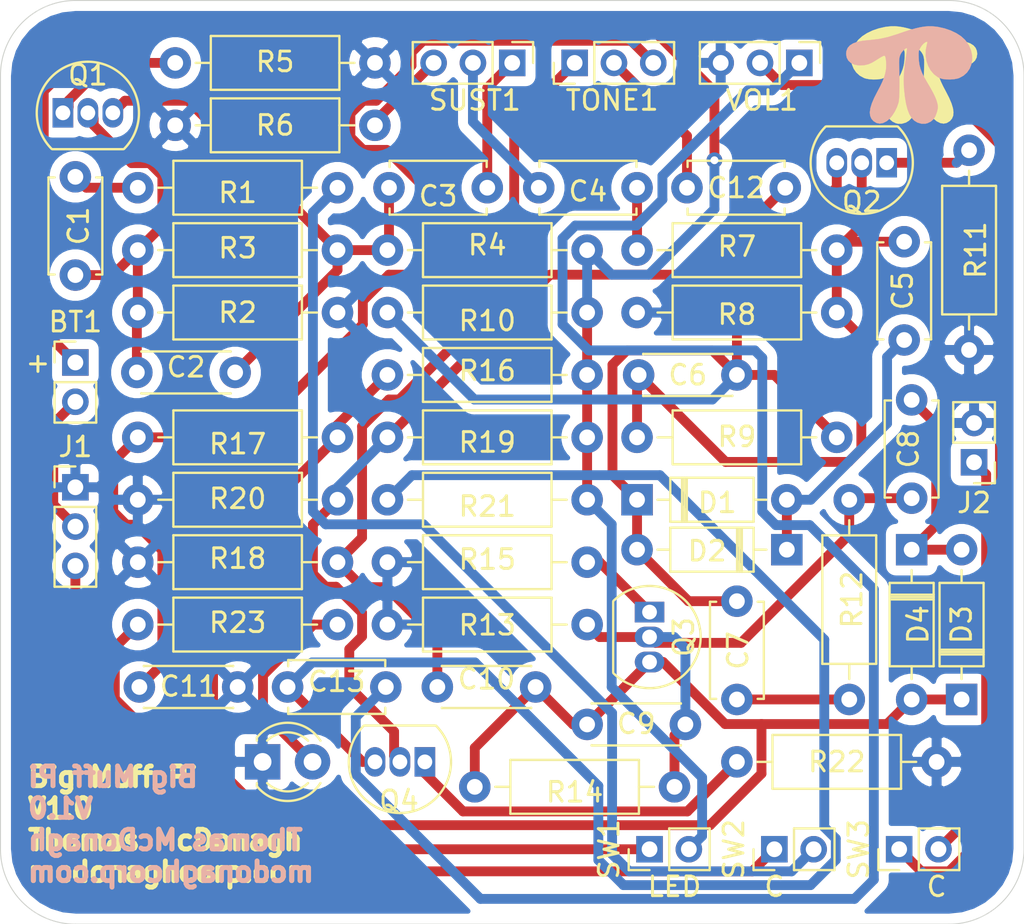
<source format=kicad_pcb>
(kicad_pcb (version 20171130) (host pcbnew "(5.1.7)-1")
  (layers (0 F.Cu signal) (31 B.Cu signal hide) (34 B.Paste user) (35 F.Paste user) (36 B.SilkS user) (37 F.SilkS user) (38 B.Mask user) (39 F.Mask user) (44 Edge.Cuts user))
  (net 0 "")
  (net 1 "Net-(BT1-Pad1)")
  (net 2 "Net-(BT1-Pad2)")
  (net 3 "Net-(C1-Pad1)")
  (net 4 "Net-(C1-Pad2)")
  (net 5 "Net-(C2-Pad1)")
  (net 6 "Net-(C3-Pad1)")
  (net 7 "Net-(C4-Pad1)")
  (net 8 "Net-(C4-Pad2)")
  (net 9 "Net-(C5-Pad2)")
  (net 10 "Net-(C5-Pad1)")
  (net 11 "Net-(C6-Pad1)")
  (net 12 "Net-(C7-Pad1)")
  (net 13 "Net-(C8-Pad1)")
  (net 14 "Net-(C8-Pad2)")
  (net 15 "Net-(C10-Pad2)")
  (net 16 "Net-(C10-Pad1)")
  (net 17 GND)
  (net 18 "Net-(C11-Pad2)")
  (net 19 "Net-(C12-Pad2)")
  (net 20 "Net-(C12-Pad1)")
  (net 21 "Net-(C13-Pad2)")
  (net 22 "Net-(C13-Pad1)")
  (net 23 "Net-(D5-Pad2)")
  (net 24 "Net-(J1-Pad3)")
  (net 25 "Net-(J2-Pad1)")
  (net 26 "Net-(Q1-Pad1)")
  (net 27 "Net-(Q2-Pad1)")
  (net 28 "Net-(Q3-Pad1)")
  (net 29 "Net-(Q4-Pad1)")
  (net 30 "Net-(R1-Pad2)")
  (net 31 "Net-(R6-Pad2)")
  (net 32 "Net-(R23-Pad1)")
  (net 33 "Net-(SW3-Pad1)")
  (module MuffPi:piLogo (layer B.Cu) (at 149.225 67.31 180)
    (fp_text reference G*** hide)
    (fp_text value LOGO hide)
  )
  (module MuffPi:piLogo (layer F.Cu) (at 149.225 67.31)
    (fp_text reference G*** hide)
    (fp_text value LOGO hide)
  )
  (module Connector_PinHeader_2.00mm:PinHeader_1x02_P2.00mm_Vertical (layer F.Cu) (at 148.59 106.68 90)
    (fp_text reference SW3 (at 0 -2.06 90) (layer F.SilkS))
    (fp_text value SW_SPST)
    (pad 1 thru_hole rect (at 0 0 90) (size 1.35 1.35) (drill 0.8) (layers *.Cu *.Mask) (net 33 "Net-(SW3-Pad1)"))
    (pad 2 thru_hole oval (at 0 2 90) (size 1.35 1.35) (drill 0.8) (layers *.Cu *.Mask) (net 25 "Net-(J2-Pad1)"))
  )
  (module Resistor_THT:R_Axial_DIN0207_L6.3mm_D2.5mm_P10.16mm_Horizontal (layer F.Cu) (at 120.015 88.9 180)
    (fp_text reference R20 (at 5.08 0.054999) (layer F.SilkS))
    (fp_text value 100K)
    (pad 1 thru_hole circle (at 0 0 180) (size 1.6 1.6) (drill 0.8) (layers *.Cu *.Mask) (net 19 "Net-(C12-Pad2)"))
    (pad 2 thru_hole oval (at 10.16 0 180) (size 1.6 1.6) (drill 0.8) (layers *.Cu *.Mask) (net 17 GND))
  )
  (module Connector_PinHeader_2.00mm:PinHeader_1x02_P2.00mm_Vertical (layer F.Cu) (at 106.68 81.915)
    (fp_text reference BT1 (at 0 -2.06) (layer F.SilkS))
    (fp_text value Battery)
    (pad 1 thru_hole rect (at 0 0) (size 1.35 1.35) (drill 0.8) (layers *.Cu *.Mask) (net 1 "Net-(BT1-Pad1)"))
    (pad 2 thru_hole oval (at 0 2) (size 1.35 1.35) (drill 0.8) (layers *.Cu *.Mask) (net 2 "Net-(BT1-Pad2)"))
  )
  (module Capacitor_THT:C_Disc_D4.7mm_W2.5mm_P5.00mm (layer F.Cu) (at 106.68 77.47 90)
    (fp_text reference C1 (at 2.5 0.159999 90) (layer F.SilkS))
    (fp_text value 0.1uF)
    (pad 1 thru_hole circle (at 0 0 90) (size 1.6 1.6) (drill 0.8) (layers *.Cu *.Mask) (net 3 "Net-(C1-Pad1)"))
    (pad 2 thru_hole circle (at 5 0 90) (size 1.6 1.6) (drill 0.8) (layers *.Cu *.Mask) (net 4 "Net-(C1-Pad2)"))
  )
  (module Capacitor_THT:C_Disc_D4.3mm_W1.9mm_P5.00mm (layer F.Cu) (at 114.808 82.423 180)
    (fp_text reference C2 (at 2.5 0.269999) (layer F.SilkS))
    (fp_text value 470pF)
    (pad 2 thru_hole circle (at 5 0 180) (size 1.6 1.6) (drill 0.8) (layers *.Cu *.Mask) (net 3 "Net-(C1-Pad1)"))
    (pad 1 thru_hole circle (at 0 0 180) (size 1.6 1.6) (drill 0.8) (layers *.Cu *.Mask) (net 5 "Net-(C2-Pad1)"))
  )
  (module Capacitor_THT:C_Disc_D4.7mm_W2.5mm_P5.00mm (layer F.Cu) (at 127.635 73.025 180)
    (fp_text reference C3 (at 2.5 -0.425001) (layer F.SilkS))
    (fp_text value 0.1uF)
    (pad 1 thru_hole circle (at 0 0 180) (size 1.6 1.6) (drill 0.8) (layers *.Cu *.Mask) (net 6 "Net-(C3-Pad1)"))
    (pad 2 thru_hole circle (at 5 0 180) (size 1.6 1.6) (drill 0.8) (layers *.Cu *.Mask) (net 5 "Net-(C2-Pad1)"))
  )
  (module Capacitor_THT:C_Disc_D4.7mm_W2.5mm_P5.00mm (layer F.Cu) (at 135.255 73.025 180)
    (fp_text reference C4 (at 2.5 -0.185001) (layer F.SilkS))
    (fp_text value 0.1uF)
    (pad 1 thru_hole circle (at 0 0 180) (size 1.6 1.6) (drill 0.8) (layers *.Cu *.Mask) (net 7 "Net-(C4-Pad1)"))
    (pad 2 thru_hole circle (at 5 0 180) (size 1.6 1.6) (drill 0.8) (layers *.Cu *.Mask) (net 8 "Net-(C4-Pad2)"))
  )
  (module Capacitor_THT:C_Disc_D4.7mm_W2.5mm_P5.00mm (layer F.Cu) (at 148.844 80.772 90)
    (fp_text reference C5 (at 2.5 -0.080001 90) (layer F.SilkS))
    (fp_text value 0.1uF)
    (pad 2 thru_hole circle (at 5 0 90) (size 1.6 1.6) (drill 0.8) (layers *.Cu *.Mask) (net 9 "Net-(C5-Pad2)"))
    (pad 1 thru_hole circle (at 0 0 90) (size 1.6 1.6) (drill 0.8) (layers *.Cu *.Mask) (net 10 "Net-(C5-Pad1)"))
  )
  (module Capacitor_THT:C_Disc_D4.3mm_W1.9mm_P5.00mm (layer F.Cu) (at 140.335 82.55 180)
    (fp_text reference C6 (at 2.5 -0.005001) (layer F.SilkS))
    (fp_text value 470pF)
    (pad 1 thru_hole circle (at 0 0 180) (size 1.6 1.6) (drill 0.8) (layers *.Cu *.Mask) (net 11 "Net-(C6-Pad1)"))
    (pad 2 thru_hole circle (at 5 0 180) (size 1.6 1.6) (drill 0.8) (layers *.Cu *.Mask) (net 9 "Net-(C5-Pad2)"))
  )
  (module Capacitor_THT:C_Disc_D4.7mm_W2.5mm_P5.00mm (layer F.Cu) (at 140.335 99.06 90)
    (fp_text reference C7 (at 2.5 0.054999 90) (layer F.SilkS))
    (fp_text value 0.1uF)
    (pad 2 thru_hole circle (at 5 0 90) (size 1.6 1.6) (drill 0.8) (layers *.Cu *.Mask) (net 11 "Net-(C6-Pad1)"))
    (pad 1 thru_hole circle (at 0 0 90) (size 1.6 1.6) (drill 0.8) (layers *.Cu *.Mask) (net 12 "Net-(C7-Pad1)"))
  )
  (module Capacitor_THT:C_Disc_D4.7mm_W2.5mm_P5.00mm (layer F.Cu) (at 149.225 83.82 270)
    (fp_text reference C8 (at 2.5 0.159999 90) (layer F.SilkS))
    (fp_text value 0.1uF)
    (pad 1 thru_hole circle (at 0 0 270) (size 1.6 1.6) (drill 0.8) (layers *.Cu *.Mask) (net 13 "Net-(C8-Pad1)"))
    (pad 2 thru_hole circle (at 5 0 270) (size 1.6 1.6) (drill 0.8) (layers *.Cu *.Mask) (net 14 "Net-(C8-Pad2)"))
  )
  (module Capacitor_THT:C_Disc_D4.3mm_W1.9mm_P5.00mm (layer F.Cu) (at 132.715 100.33)
    (fp_text reference C9 (at 2.5 -0.035001) (layer F.SilkS))
    (fp_text value 470pF)
    (pad 1 thru_hole circle (at 0 0) (size 1.6 1.6) (drill 0.8) (layers *.Cu *.Mask) (net 15 "Net-(C10-Pad2)"))
    (pad 2 thru_hole circle (at 5 0) (size 1.6 1.6) (drill 0.8) (layers *.Cu *.Mask) (net 14 "Net-(C8-Pad2)"))
  )
  (module Capacitor_THT:C_Disc_D4.3mm_W1.9mm_P5.00mm (layer F.Cu) (at 125.095 98.425)
    (fp_text reference C10 (at 2.5 -0.395001) (layer F.SilkS))
    (fp_text value 0.004uF)
    (pad 2 thru_hole circle (at 5 0) (size 1.6 1.6) (drill 0.8) (layers *.Cu *.Mask) (net 15 "Net-(C10-Pad2)"))
    (pad 1 thru_hole circle (at 0 0) (size 1.6 1.6) (drill 0.8) (layers *.Cu *.Mask) (net 16 "Net-(C10-Pad1)"))
  )
  (module Capacitor_THT:C_Disc_D4.3mm_W1.9mm_P5.00mm (layer F.Cu) (at 114.935 98.425 180)
    (fp_text reference C11 (at 2.5 0.029999) (layer F.SilkS))
    (fp_text value 0.012uF)
    (pad 1 thru_hole circle (at 0 0 180) (size 1.6 1.6) (drill 0.8) (layers *.Cu *.Mask) (net 17 GND))
    (pad 2 thru_hole circle (at 5 0 180) (size 1.6 1.6) (drill 0.8) (layers *.Cu *.Mask) (net 18 "Net-(C11-Pad2)"))
  )
  (module Capacitor_THT:C_Disc_D4.7mm_W2.5mm_P5.00mm (layer F.Cu) (at 137.795 73.025)
    (fp_text reference C12 (at 2.5 0.004999) (layer F.SilkS))
    (fp_text value 0.1uF)
    (pad 2 thru_hole circle (at 5 0) (size 1.6 1.6) (drill 0.8) (layers *.Cu *.Mask) (net 19 "Net-(C12-Pad2)"))
    (pad 1 thru_hole circle (at 0 0) (size 1.6 1.6) (drill 0.8) (layers *.Cu *.Mask) (net 20 "Net-(C12-Pad1)"))
  )
  (module Capacitor_THT:C_Disc_D4.7mm_W2.5mm_P5.00mm (layer F.Cu) (at 117.475 98.425)
    (fp_text reference C13 (at 2.5 -0.270001) (layer F.SilkS))
    (fp_text value 0.1uF)
    (pad 2 thru_hole circle (at 5 0) (size 1.6 1.6) (drill 0.8) (layers *.Cu *.Mask) (net 21 "Net-(C13-Pad2)"))
    (pad 1 thru_hole circle (at 0 0) (size 1.6 1.6) (drill 0.8) (layers *.Cu *.Mask) (net 22 "Net-(C13-Pad1)"))
  )
  (module Diode_THT:D_DO-35_SOD27_P7.62mm_Horizontal (layer F.Cu) (at 135.255 88.9)
    (fp_text reference D1 (at 4.079999 0.149999) (layer F.SilkS))
    (fp_text value 1N914)
    (pad 2 thru_hole oval (at 7.62 0) (size 1.6 1.6) (drill 0.8) (layers *.Cu *.Mask) (net 10 "Net-(C5-Pad1)"))
    (pad 1 thru_hole rect (at 0 0) (size 1.6 1.6) (drill 0.8) (layers *.Cu *.Mask) (net 11 "Net-(C6-Pad1)"))
  )
  (module Diode_THT:D_DO-35_SOD27_P7.62mm_Horizontal (layer F.Cu) (at 142.875 91.44 180)
    (fp_text reference D2 (at 4.054999 -0.070001) (layer F.SilkS))
    (fp_text value 1N914)
    (pad 1 thru_hole rect (at 0 0 180) (size 1.6 1.6) (drill 0.8) (layers *.Cu *.Mask) (net 10 "Net-(C5-Pad1)"))
    (pad 2 thru_hole oval (at 7.62 0 180) (size 1.6 1.6) (drill 0.8) (layers *.Cu *.Mask) (net 11 "Net-(C6-Pad1)"))
  )
  (module Diode_THT:D_DO-35_SOD27_P7.62mm_Horizontal (layer F.Cu) (at 151.765 99.06 90)
    (fp_text reference D3 (at 3.81 -0.005001 90) (layer F.SilkS))
    (fp_text value 1N914)
    (pad 2 thru_hole oval (at 7.62 0 90) (size 1.6 1.6) (drill 0.8) (layers *.Cu *.Mask) (net 13 "Net-(C8-Pad1)"))
    (pad 1 thru_hole rect (at 0 0 90) (size 1.6 1.6) (drill 0.8) (layers *.Cu *.Mask) (net 15 "Net-(C10-Pad2)"))
  )
  (module Diode_THT:D_DO-35_SOD27_P7.62mm_Horizontal (layer F.Cu) (at 149.225 91.44 270)
    (fp_text reference D4 (at 3.81 -0.330001 90) (layer F.SilkS))
    (fp_text value 1N914)
    (pad 1 thru_hole rect (at 0 0 270) (size 1.6 1.6) (drill 0.8) (layers *.Cu *.Mask) (net 13 "Net-(C8-Pad1)"))
    (pad 2 thru_hole oval (at 7.62 0 270) (size 1.6 1.6) (drill 0.8) (layers *.Cu *.Mask) (net 15 "Net-(C10-Pad2)"))
  )
  (module LED_THT:LED_D3.0mm (layer F.Cu) (at 116.205 102.235)
    (fp_text reference D5 hide)
    (fp_text value LED)
    (pad 1 thru_hole rect (at 0 0) (size 1.8 1.8) (drill 0.9) (layers *.Cu *.Mask) (net 17 GND))
    (pad 2 thru_hole circle (at 2.54 0) (size 1.8 1.8) (drill 0.9) (layers *.Cu *.Mask) (net 23 "Net-(D5-Pad2)"))
  )
  (module Connector_PinHeader_2.00mm:PinHeader_1x03_P2.00mm_Vertical (layer F.Cu) (at 106.68 88.265)
    (fp_text reference J1 (at 0 -2.06) (layer F.SilkS))
    (fp_text value AudioJack3)
    (pad 1 thru_hole rect (at 0 0) (size 1.35 1.35) (drill 0.8) (layers *.Cu *.Mask) (net 17 GND))
    (pad 2 thru_hole oval (at 0 2) (size 1.35 1.35) (drill 0.8) (layers *.Cu *.Mask) (net 2 "Net-(BT1-Pad2)"))
    (pad 3 thru_hole oval (at 0 4) (size 1.35 1.35) (drill 0.8) (layers *.Cu *.Mask) (net 24 "Net-(J1-Pad3)"))
  )
  (module Connector_PinHeader_2.00mm:PinHeader_1x02_P2.00mm_Vertical (layer F.Cu) (at 152.4 86.995 180)
    (fp_text reference J2 (at 0 -2.06) (layer F.SilkS))
    (fp_text value AudioJack2)
    (pad 1 thru_hole rect (at 0 0 180) (size 1.35 1.35) (drill 0.8) (layers *.Cu *.Mask) (net 25 "Net-(J2-Pad1)"))
    (pad 2 thru_hole oval (at 0 2 180) (size 1.35 1.35) (drill 0.8) (layers *.Cu *.Mask) (net 17 GND))
  )
  (module Package_TO_SOT_THT:TO-92_Inline (layer F.Cu) (at 106.045 69.215)
    (fp_text reference Q1 (at 1.27 -1.915001) (layer F.SilkS))
    (fp_text value 2N3904)
    (pad 2 thru_hole oval (at 1.27 0) (size 1.05 1.5) (drill 0.75) (layers *.Cu *.Mask) (net 3 "Net-(C1-Pad1)"))
    (pad 3 thru_hole oval (at 2.54 0) (size 1.05 1.5) (drill 0.75) (layers *.Cu *.Mask) (net 5 "Net-(C2-Pad1)"))
    (pad 1 thru_hole rect (at 0 0) (size 1.05 1.5) (drill 0.75) (layers *.Cu *.Mask) (net 26 "Net-(Q1-Pad1)"))
  )
  (module Package_TO_SOT_THT:TO-92_Inline (layer F.Cu) (at 147.955 71.755 180)
    (fp_text reference Q2 (at 1.27 -1.990001) (layer F.SilkS))
    (fp_text value 2N3904)
    (pad 1 thru_hole rect (at 0 0 180) (size 1.05 1.5) (drill 0.75) (layers *.Cu *.Mask) (net 27 "Net-(Q2-Pad1)"))
    (pad 3 thru_hole oval (at 2.54 0 180) (size 1.05 1.5) (drill 0.75) (layers *.Cu *.Mask) (net 11 "Net-(C6-Pad1)"))
    (pad 2 thru_hole oval (at 1.27 0 180) (size 1.05 1.5) (drill 0.75) (layers *.Cu *.Mask) (net 9 "Net-(C5-Pad2)"))
  )
  (module Package_TO_SOT_THT:TO-92_Inline (layer F.Cu) (at 135.89 94.615 270)
    (fp_text reference Q3 (at 1.27 -1.740001 90) (layer F.SilkS))
    (fp_text value 2N3904)
    (pad 1 thru_hole rect (at 0 0 270) (size 1.05 1.5) (drill 0.75) (layers *.Cu *.Mask) (net 28 "Net-(Q3-Pad1)"))
    (pad 3 thru_hole oval (at 2.54 0 270) (size 1.05 1.5) (drill 0.75) (layers *.Cu *.Mask) (net 15 "Net-(C10-Pad2)"))
    (pad 2 thru_hole oval (at 1.27 0 270) (size 1.05 1.5) (drill 0.75) (layers *.Cu *.Mask) (net 14 "Net-(C8-Pad2)"))
  )
  (module Package_TO_SOT_THT:TO-92_Inline (layer F.Cu) (at 124.46 102.235 180)
    (fp_text reference Q4 (at 1.314999 -1.980001) (layer F.SilkS))
    (fp_text value 2N3904)
    (pad 2 thru_hole oval (at 1.27 0 180) (size 1.05 1.5) (drill 0.75) (layers *.Cu *.Mask) (net 19 "Net-(C12-Pad2)"))
    (pad 3 thru_hole oval (at 2.54 0 180) (size 1.05 1.5) (drill 0.75) (layers *.Cu *.Mask) (net 22 "Net-(C13-Pad1)"))
    (pad 1 thru_hole rect (at 0 0 180) (size 1.05 1.5) (drill 0.75) (layers *.Cu *.Mask) (net 29 "Net-(Q4-Pad1)"))
  )
  (module Resistor_THT:R_Axial_DIN0207_L6.3mm_D2.5mm_P10.16mm_Horizontal (layer F.Cu) (at 109.855 73.025)
    (fp_text reference R1 (at 5.08 0.255001) (layer F.SilkS))
    (fp_text value 33K)
    (pad 2 thru_hole oval (at 10.16 0) (size 1.6 1.6) (drill 0.8) (layers *.Cu *.Mask) (net 30 "Net-(R1-Pad2)"))
    (pad 1 thru_hole circle (at 0 0) (size 1.6 1.6) (drill 0.8) (layers *.Cu *.Mask) (net 4 "Net-(C1-Pad2)"))
  )
  (module Resistor_THT:R_Axial_DIN0207_L6.3mm_D2.5mm_P10.16mm_Horizontal (layer F.Cu) (at 120.015 79.375 180)
    (fp_text reference R2 (at 5.08 0) (layer F.SilkS))
    (fp_text value 100K)
    (pad 2 thru_hole oval (at 10.16 0 180) (size 1.6 1.6) (drill 0.8) (layers *.Cu *.Mask) (net 3 "Net-(C1-Pad1)"))
    (pad 1 thru_hole circle (at 0 0 180) (size 1.6 1.6) (drill 0.8) (layers *.Cu *.Mask) (net 17 GND))
  )
  (module Resistor_THT:R_Axial_DIN0207_L6.3mm_D2.5mm_P10.16mm_Horizontal (layer F.Cu) (at 109.855 76.2)
    (fp_text reference R3 (at 5.08 -0.100001) (layer F.SilkS))
    (fp_text value 470K)
    (pad 2 thru_hole oval (at 10.16 0) (size 1.6 1.6) (drill 0.8) (layers *.Cu *.Mask) (net 5 "Net-(C2-Pad1)"))
    (pad 1 thru_hole circle (at 0 0) (size 1.6 1.6) (drill 0.8) (layers *.Cu *.Mask) (net 3 "Net-(C1-Pad1)"))
  )
  (module Resistor_THT:R_Axial_DIN0207_L6.3mm_D2.5mm_P10.16mm_Horizontal (layer F.Cu) (at 122.555 76.2)
    (fp_text reference R4 (at 5.08 -0.255001) (layer F.SilkS))
    (fp_text value 10K)
    (pad 2 thru_hole oval (at 10.16 0) (size 1.6 1.6) (drill 0.8) (layers *.Cu *.Mask) (net 1 "Net-(BT1-Pad1)"))
    (pad 1 thru_hole circle (at 0 0) (size 1.6 1.6) (drill 0.8) (layers *.Cu *.Mask) (net 5 "Net-(C2-Pad1)"))
  )
  (module Resistor_THT:R_Axial_DIN0207_L6.3mm_D2.5mm_P10.16mm_Horizontal (layer F.Cu) (at 121.92 66.675 180)
    (fp_text reference R5 (at 5.08 0.054999) (layer F.SilkS))
    (fp_text value 100)
    (pad 1 thru_hole circle (at 0 0 180) (size 1.6 1.6) (drill 0.8) (layers *.Cu *.Mask) (net 17 GND))
    (pad 2 thru_hole oval (at 10.16 0 180) (size 1.6 1.6) (drill 0.8) (layers *.Cu *.Mask) (net 26 "Net-(Q1-Pad1)"))
  )
  (module Resistor_THT:R_Axial_DIN0207_L6.3mm_D2.5mm_P10.16mm_Horizontal (layer F.Cu) (at 111.76 69.85)
    (fp_text reference R6 (at 5.08 0) (layer F.SilkS))
    (fp_text value 560)
    (pad 1 thru_hole circle (at 0 0) (size 1.6 1.6) (drill 0.8) (layers *.Cu *.Mask) (net 17 GND))
    (pad 2 thru_hole oval (at 10.16 0) (size 1.6 1.6) (drill 0.8) (layers *.Cu *.Mask) (net 31 "Net-(R6-Pad2)"))
  )
  (module Resistor_THT:R_Axial_DIN0207_L6.3mm_D2.5mm_P10.16mm_Horizontal (layer F.Cu) (at 135.255 76.2)
    (fp_text reference R7 (at 5.08 -0.185001) (layer F.SilkS))
    (fp_text value 10K)
    (pad 1 thru_hole circle (at 0 0) (size 1.6 1.6) (drill 0.8) (layers *.Cu *.Mask) (net 7 "Net-(C4-Pad1)"))
    (pad 2 thru_hole oval (at 10.16 0) (size 1.6 1.6) (drill 0.8) (layers *.Cu *.Mask) (net 9 "Net-(C5-Pad2)"))
  )
  (module Resistor_THT:R_Axial_DIN0207_L6.3mm_D2.5mm_P10.16mm_Horizontal (layer F.Cu) (at 145.415 79.375 180)
    (fp_text reference R8 (at 5.08 -0.100001) (layer F.SilkS))
    (fp_text value 100K)
    (pad 2 thru_hole oval (at 10.16 0 180) (size 1.6 1.6) (drill 0.8) (layers *.Cu *.Mask) (net 17 GND))
    (pad 1 thru_hole circle (at 0 0 180) (size 1.6 1.6) (drill 0.8) (layers *.Cu *.Mask) (net 9 "Net-(C5-Pad2)"))
  )
  (module Resistor_THT:R_Axial_DIN0207_L6.3mm_D2.5mm_P10.16mm_Horizontal (layer F.Cu) (at 135.255 85.725)
    (fp_text reference R9 (at 5.08 -0.030001) (layer F.SilkS))
    (fp_text value 470K)
    (pad 2 thru_hole oval (at 10.16 0) (size 1.6 1.6) (drill 0.8) (layers *.Cu *.Mask) (net 11 "Net-(C6-Pad1)"))
    (pad 1 thru_hole circle (at 0 0) (size 1.6 1.6) (drill 0.8) (layers *.Cu *.Mask) (net 9 "Net-(C5-Pad2)"))
  )
  (module Resistor_THT:R_Axial_DIN0207_L6.3mm_D2.5mm_P10.16mm_Horizontal (layer F.Cu) (at 132.715 79.375 180)
    (fp_text reference R10 (at 5.08 -0.425001) (layer F.SilkS))
    (fp_text value 10K)
    (pad 1 thru_hole circle (at 0 0 180) (size 1.6 1.6) (drill 0.8) (layers *.Cu *.Mask) (net 1 "Net-(BT1-Pad1)"))
    (pad 2 thru_hole oval (at 10.16 0 180) (size 1.6 1.6) (drill 0.8) (layers *.Cu *.Mask) (net 11 "Net-(C6-Pad1)"))
  )
  (module Resistor_THT:R_Axial_DIN0207_L6.3mm_D2.5mm_P10.16mm_Horizontal (layer F.Cu) (at 152.146 71.12 270)
    (fp_text reference R11 (at 5.08 -0.340001 90) (layer F.SilkS))
    (fp_text value 100)
    (pad 1 thru_hole circle (at 0 0 270) (size 1.6 1.6) (drill 0.8) (layers *.Cu *.Mask) (net 27 "Net-(Q2-Pad1)"))
    (pad 2 thru_hole oval (at 10.16 0 270) (size 1.6 1.6) (drill 0.8) (layers *.Cu *.Mask) (net 17 GND))
  )
  (module Resistor_THT:R_Axial_DIN0207_L6.3mm_D2.5mm_P10.16mm_Horizontal (layer F.Cu) (at 146.05 99.06 90)
    (fp_text reference R12 (at 5.08 0.139999 90) (layer F.SilkS))
    (fp_text value 10K)
    (pad 1 thru_hole circle (at 0 0 90) (size 1.6 1.6) (drill 0.8) (layers *.Cu *.Mask) (net 12 "Net-(C7-Pad1)"))
    (pad 2 thru_hole oval (at 10.16 0 90) (size 1.6 1.6) (drill 0.8) (layers *.Cu *.Mask) (net 14 "Net-(C8-Pad2)"))
  )
  (module Resistor_THT:R_Axial_DIN0207_L6.3mm_D2.5mm_P10.16mm_Horizontal (layer F.Cu) (at 132.715 95.25 180)
    (fp_text reference R13 (at 5.08 -0.030001) (layer F.SilkS))
    (fp_text value 100K)
    (pad 2 thru_hole oval (at 10.16 0 180) (size 1.6 1.6) (drill 0.8) (layers *.Cu *.Mask) (net 17 GND))
    (pad 1 thru_hole circle (at 0 0 180) (size 1.6 1.6) (drill 0.8) (layers *.Cu *.Mask) (net 14 "Net-(C8-Pad2)"))
  )
  (module Resistor_THT:R_Axial_DIN0207_L6.3mm_D2.5mm_P10.16mm_Horizontal (layer F.Cu) (at 137.16 103.505 180)
    (fp_text reference R14 (at 5.08 -0.270001) (layer F.SilkS))
    (fp_text value 470K)
    (pad 2 thru_hole oval (at 10.16 0 180) (size 1.6 1.6) (drill 0.8) (layers *.Cu *.Mask) (net 15 "Net-(C10-Pad2)"))
    (pad 1 thru_hole circle (at 0 0 180) (size 1.6 1.6) (drill 0.8) (layers *.Cu *.Mask) (net 14 "Net-(C8-Pad2)"))
  )
  (module Resistor_THT:R_Axial_DIN0207_L6.3mm_D2.5mm_P10.16mm_Horizontal (layer F.Cu) (at 132.715 92.075 180)
    (fp_text reference R15 (at 5.08 0.139999) (layer F.SilkS))
    (fp_text value 100)
    (pad 2 thru_hole oval (at 10.16 0 180) (size 1.6 1.6) (drill 0.8) (layers *.Cu *.Mask) (net 17 GND))
    (pad 1 thru_hole circle (at 0 0 180) (size 1.6 1.6) (drill 0.8) (layers *.Cu *.Mask) (net 28 "Net-(Q3-Pad1)"))
  )
  (module Resistor_THT:R_Axial_DIN0207_L6.3mm_D2.5mm_P10.16mm_Horizontal (layer F.Cu) (at 132.715 82.55 180)
    (fp_text reference R16 (at 5.08 0.209999) (layer F.SilkS))
    (fp_text value 10K)
    (pad 1 thru_hole circle (at 0 0 180) (size 1.6 1.6) (drill 0.8) (layers *.Cu *.Mask) (net 1 "Net-(BT1-Pad1)"))
    (pad 2 thru_hole oval (at 10.16 0 180) (size 1.6 1.6) (drill 0.8) (layers *.Cu *.Mask) (net 15 "Net-(C10-Pad2)"))
  )
  (module Resistor_THT:R_Axial_DIN0207_L6.3mm_D2.5mm_P10.16mm_Horizontal (layer F.Cu) (at 120.015 85.725 180)
    (fp_text reference R17 (at 5.08 -0.340001) (layer F.SilkS))
    (fp_text value 33K)
    (pad 2 thru_hole oval (at 10.16 0 180) (size 1.6 1.6) (drill 0.8) (layers *.Cu *.Mask) (net 18 "Net-(C11-Pad2)"))
    (pad 1 thru_hole circle (at 0 0 180) (size 1.6 1.6) (drill 0.8) (layers *.Cu *.Mask) (net 15 "Net-(C10-Pad2)"))
  )
  (module Resistor_THT:R_Axial_DIN0207_L6.3mm_D2.5mm_P10.16mm_Horizontal (layer F.Cu) (at 109.855 92.075)
    (fp_text reference R18 (at 5.08 -0.185001) (layer F.SilkS))
    (fp_text value 33K)
    (pad 1 thru_hole circle (at 0 0) (size 1.6 1.6) (drill 0.8) (layers *.Cu *.Mask) (net 17 GND))
    (pad 2 thru_hole oval (at 10.16 0) (size 1.6 1.6) (drill 0.8) (layers *.Cu *.Mask) (net 16 "Net-(C10-Pad1)"))
  )
  (module Resistor_THT:R_Axial_DIN0207_L6.3mm_D2.5mm_P10.16mm_Horizontal (layer F.Cu) (at 132.715 85.725 180)
    (fp_text reference R19 (at 5.08 -0.255001) (layer F.SilkS))
    (fp_text value 470K)
    (pad 2 thru_hole oval (at 10.16 0 180) (size 1.6 1.6) (drill 0.8) (layers *.Cu *.Mask) (net 19 "Net-(C12-Pad2)"))
    (pad 1 thru_hole circle (at 0 0 180) (size 1.6 1.6) (drill 0.8) (layers *.Cu *.Mask) (net 1 "Net-(BT1-Pad1)"))
  )
  (module Resistor_THT:R_Axial_DIN0207_L6.3mm_D2.5mm_P10.16mm_Horizontal (layer F.Cu) (at 132.715 88.9 180)
    (fp_text reference R21 (at 5.08 -0.340001) (layer F.SilkS))
    (fp_text value 10K)
    (pad 1 thru_hole circle (at 0 0 180) (size 1.6 1.6) (drill 0.8) (layers *.Cu *.Mask) (net 1 "Net-(BT1-Pad1)"))
    (pad 2 thru_hole oval (at 10.16 0 180) (size 1.6 1.6) (drill 0.8) (layers *.Cu *.Mask) (net 22 "Net-(C13-Pad1)"))
  )
  (module Resistor_THT:R_Axial_DIN0207_L6.3mm_D2.5mm_P10.16mm_Horizontal (layer F.Cu) (at 140.335 102.235)
    (fp_text reference R22 (at 5.08 0) (layer F.SilkS))
    (fp_text value 2.7K)
    (pad 1 thru_hole circle (at 0 0) (size 1.6 1.6) (drill 0.8) (layers *.Cu *.Mask) (net 29 "Net-(Q4-Pad1)"))
    (pad 2 thru_hole oval (at 10.16 0) (size 1.6 1.6) (drill 0.8) (layers *.Cu *.Mask) (net 17 GND))
  )
  (module Resistor_THT:R_Axial_DIN0207_L6.3mm_D2.5mm_P10.16mm_Horizontal (layer F.Cu) (at 109.855 95.25)
    (fp_text reference R23 (at 5.08 -0.100001) (layer F.SilkS))
    (fp_text value 100K)
    (pad 1 thru_hole circle (at 0 0) (size 1.6 1.6) (drill 0.8) (layers *.Cu *.Mask) (net 32 "Net-(R23-Pad1)"))
    (pad 2 thru_hole oval (at 10.16 0) (size 1.6 1.6) (drill 0.8) (layers *.Cu *.Mask) (net 23 "Net-(D5-Pad2)"))
  )
  (module Connector_PinHeader_2.00mm:PinHeader_1x03_P2.00mm_Vertical (layer F.Cu) (at 128.905 66.675 270)
    (fp_text reference SUST1 (at 1.905 1.905 180) (layer F.SilkS))
    (fp_text value 100K)
    (pad 3 thru_hole oval (at 0 4 270) (size 1.35 1.35) (drill 0.8) (layers *.Cu *.Mask) (net 31 "Net-(R6-Pad2)"))
    (pad 2 thru_hole oval (at 0 2 270) (size 1.35 1.35) (drill 0.8) (layers *.Cu *.Mask) (net 8 "Net-(C4-Pad2)"))
    (pad 1 thru_hole rect (at 0 0 270) (size 1.35 1.35) (drill 0.8) (layers *.Cu *.Mask) (net 6 "Net-(C3-Pad1)"))
  )
  (module Connector_PinHeader_2.00mm:PinHeader_1x02_P2.00mm_Vertical (layer F.Cu) (at 135.89 106.68 90)
    (fp_text reference SW1 (at 0 -2.06 90) (layer F.SilkS))
    (fp_text value SW_SPST)
    (pad 2 thru_hole oval (at 0 2 90) (size 1.35 1.35) (drill 0.8) (layers *.Cu *.Mask) (net 1 "Net-(BT1-Pad1)"))
    (pad 1 thru_hole rect (at 0 0 90) (size 1.35 1.35) (drill 0.8) (layers *.Cu *.Mask) (net 32 "Net-(R23-Pad1)"))
  )
  (module Connector_PinHeader_2.00mm:PinHeader_1x02_P2.00mm_Vertical (layer F.Cu) (at 142.24 106.68 90)
    (fp_text reference SW2 (at 0 -2.06 90) (layer F.SilkS))
    (fp_text value SW_SPST)
    (pad 2 thru_hole oval (at 0 2 90) (size 1.35 1.35) (drill 0.8) (layers *.Cu *.Mask) (net 30 "Net-(R1-Pad2)"))
    (pad 1 thru_hole rect (at 0 0 90) (size 1.35 1.35) (drill 0.8) (layers *.Cu *.Mask) (net 24 "Net-(J1-Pad3)"))
  )
  (module Connector_PinHeader_2.00mm:PinHeader_1x03_P2.00mm_Vertical (layer F.Cu) (at 132.08 66.675 90)
    (fp_text reference TONE1 (at -1.905 1.905 180) (layer F.SilkS))
    (fp_text value 100K)
    (pad 3 thru_hole oval (at 0 4 90) (size 1.35 1.35) (drill 0.8) (layers *.Cu *.Mask) (net 18 "Net-(C11-Pad2)"))
    (pad 2 thru_hole oval (at 0 2 90) (size 1.35 1.35) (drill 0.8) (layers *.Cu *.Mask) (net 20 "Net-(C12-Pad1)"))
    (pad 1 thru_hole rect (at 0 0 90) (size 1.35 1.35) (drill 0.8) (layers *.Cu *.Mask) (net 16 "Net-(C10-Pad1)"))
  )
  (module Connector_PinHeader_2.00mm:PinHeader_1x03_P2.00mm_Vertical (layer F.Cu) (at 143.51 66.675 270)
    (fp_text reference VOL1 (at 1.905 1.905 180) (layer F.SilkS))
    (fp_text value 100K)
    (pad 1 thru_hole rect (at 0 0 270) (size 1.35 1.35) (drill 0.8) (layers *.Cu *.Mask) (net 21 "Net-(C13-Pad2)"))
    (pad 2 thru_hole oval (at 0 2 270) (size 1.35 1.35) (drill 0.8) (layers *.Cu *.Mask) (net 33 "Net-(SW3-Pad1)"))
    (pad 3 thru_hole oval (at 0 4 270) (size 1.35 1.35) (drill 0.8) (layers *.Cu *.Mask) (net 17 GND))
  )
  (gr_text + (at 104.775 81.915) (layer F.SilkS) (effects (font (size 1 1))))
  (gr_text C (at 150.495 108.585) (layer F.SilkS) (effects (font (size 1 1))))
  (gr_text C (at 142.24 108.585) (layer F.SilkS) (effects (font (size 1 1))))
  (gr_text LED (at 137.16 108.585) (layer F.SilkS) (effects (font (size 1 1))))
  (gr_line (start 106.68 110.49) (end 151.13 110.49) (layer Edge.Cuts) (width 0.05))
  (gr_line (start 102.87 67.31) (end 102.87 106.68) (layer Edge.Cuts) (width 0.05))
  (gr_line (start 106.68 63.5) (end 151.13 63.5) (layer Edge.Cuts) (width 0.05))
  (gr_line (start 154.94 67.31) (end 154.94 106.68) (layer Edge.Cuts) (width 0.05))
  (gr_arc (start 106.68 106.68) (end 102.87 106.68) (angle -90) (layer Edge.Cuts) (width 0.05))
  (gr_arc (start 151.13 106.68) (end 151.13 110.49) (angle -90) (layer Edge.Cuts) (width 0.05))
  (gr_arc (start 151.13 67.31) (end 154.94 67.31) (angle -90) (layer Edge.Cuts) (width 0.05))
  (gr_arc (start 106.68 67.31) (end 106.68 63.5) (angle -90) (layer Edge.Cuts) (width 0.05))
  (gr_text "Big Muff Pi\nV1.0\nThomas McDonagh\nmcdonaghcorp.com" (at 104.14 105.41) (layer B.SilkS) (effects (font (size 1 1) (thickness 0.25)) (justify right mirror)))
  (gr_text "Big Muff Pi\nV1.0\nThomas McDonagh\nmcdonaghcorp.com" (at 104.14 105.41) (layer F.SilkS) (effects (font (size 1 1) (thickness 0.25)) (justify left)))
  (segment (start 132.715 88.9) (end 132.715 85.725) (width 0.5) (layer F.Cu) (net 1))
  (segment (start 132.715 82.55) (end 132.715 85.725) (width 0.5) (layer F.Cu) (net 1))
  (segment (start 132.715 82.55) (end 132.715 79.375) (width 0.5) (layer F.Cu) (net 1))
  (segment (start 133.965001 90.150001) (end 132.715 88.9) (width 0.5) (layer B.Cu) (net 1))
  (segment (start 138.564999 103.030001) (end 133.965001 98.430003) (width 0.5) (layer B.Cu) (net 1))
  (segment (start 133.965001 98.430003) (end 133.965001 90.150001) (width 0.5) (layer B.Cu) (net 1))
  (segment (start 138.564999 106.005001) (end 138.564999 103.030001) (width 0.5) (layer B.Cu) (net 1))
  (segment (start 137.89 106.68) (end 138.564999 106.005001) (width 0.5) (layer B.Cu) (net 1))
  (segment (start 132.715 79.375) (end 132.715 76.2) (width 0.5) (layer B.Cu) (net 1))
  (segment (start 135.919991 64.849989) (end 139.192 68.121998) (width 0.5) (layer F.Cu) (net 1))
  (segment (start 108.325009 64.849989) (end 135.919991 64.849989) (width 0.5) (layer F.Cu) (net 1))
  (segment (start 105.069999 68.104999) (end 108.325009 64.849989) (width 0.5) (layer F.Cu) (net 1))
  (segment (start 105.069999 80.304999) (end 105.069999 68.104999) (width 0.5) (layer F.Cu) (net 1))
  (segment (start 106.68 81.915) (end 105.069999 80.304999) (width 0.5) (layer F.Cu) (net 1))
  (segment (start 139.192 68.121998) (end 139.192 71.628) (width 0.5) (layer F.Cu) (net 1))
  (segment (start 139.192 71.628) (end 139.192 71.628) (width 0.5) (layer F.Cu) (net 1))
  (via (at 139.192 71.628) (size 0.8) (drill 0.4) (layers F.Cu B.Cu) (net 1))
  (segment (start 133.965001 77.450001) (end 132.715 76.2) (width 0.5) (layer B.Cu) (net 1))
  (segment (start 135.855001 77.450001) (end 133.965001 77.450001) (width 0.5) (layer B.Cu) (net 1))
  (segment (start 139.192 74.113002) (end 135.855001 77.450001) (width 0.5) (layer B.Cu) (net 1))
  (segment (start 139.192 71.628) (end 139.192 74.113002) (width 0.5) (layer B.Cu) (net 1))
  (segment (start 105.554999 89.139999) (end 106.68 90.265) (width 0.5) (layer F.Cu) (net 2))
  (segment (start 105.554999 85.040001) (end 105.554999 89.139999) (width 0.5) (layer F.Cu) (net 2))
  (segment (start 106.68 83.915) (end 105.554999 85.040001) (width 0.5) (layer F.Cu) (net 2))
  (segment (start 111.105001 74.949999) (end 109.855 76.2) (width 0.5) (layer F.Cu) (net 3))
  (segment (start 111.105001 72.424999) (end 111.105001 74.949999) (width 0.5) (layer F.Cu) (net 3))
  (segment (start 109.541127 71.774999) (end 110.455001 71.774999) (width 0.5) (layer F.Cu) (net 3))
  (segment (start 110.455001 71.774999) (end 111.105001 72.424999) (width 0.5) (layer F.Cu) (net 3))
  (segment (start 107.60999 69.843862) (end 109.541127 71.774999) (width 0.5) (layer F.Cu) (net 3))
  (segment (start 107.60999 69.50999) (end 107.60999 69.843862) (width 0.5) (layer F.Cu) (net 3))
  (segment (start 107.315 69.215) (end 107.60999 69.50999) (width 0.5) (layer F.Cu) (net 3))
  (segment (start 108.585 77.47) (end 109.855 76.2) (width 0.5) (layer F.Cu) (net 3))
  (segment (start 106.68 77.47) (end 108.585 77.47) (width 0.5) (layer F.Cu) (net 3))
  (segment (start 109.855 79.375) (end 109.855 76.2) (width 0.5) (layer F.Cu) (net 3))
  (segment (start 109.808 79.422) (end 109.855 79.375) (width 0.5) (layer F.Cu) (net 3))
  (segment (start 109.808 82.423) (end 109.808 79.422) (width 0.5) (layer F.Cu) (net 3))
  (segment (start 107.235 73.025) (end 106.68 72.47) (width 0.5) (layer F.Cu) (net 4))
  (segment (start 109.855 73.025) (end 107.235 73.025) (width 0.5) (layer F.Cu) (net 4))
  (segment (start 112.414999 68.599999) (end 120.015 76.2) (width 0.5) (layer F.Cu) (net 5))
  (segment (start 109.200001 68.599999) (end 112.414999 68.599999) (width 0.5) (layer F.Cu) (net 5))
  (segment (start 108.585 69.215) (end 109.200001 68.599999) (width 0.5) (layer F.Cu) (net 5))
  (segment (start 120.015 76.2) (end 122.555 76.2) (width 0.5) (layer F.Cu) (net 5))
  (segment (start 122.635 76.12) (end 122.555 76.2) (width 0.5) (layer F.Cu) (net 5))
  (segment (start 122.635 73.025) (end 122.635 76.12) (width 0.5) (layer F.Cu) (net 5))
  (segment (start 120.015 77.216) (end 120.015 76.2) (width 0.5) (layer F.Cu) (net 5))
  (segment (start 114.808 82.423) (end 120.015 77.216) (width 0.5) (layer F.Cu) (net 5))
  (segment (start 127.635 67.945) (end 128.905 66.675) (width 0.5) (layer F.Cu) (net 6))
  (segment (start 127.635 73.025) (end 127.635 67.945) (width 0.5) (layer F.Cu) (net 6))
  (segment (start 135.255 76.2) (end 135.255 73.025) (width 0.5) (layer F.Cu) (net 7))
  (segment (start 126.905 69.675) (end 130.255 73.025) (width 0.5) (layer B.Cu) (net 8))
  (segment (start 126.905 66.675) (end 126.905 69.675) (width 0.5) (layer B.Cu) (net 8))
  (segment (start 145.97 75.645) (end 145.415 76.2) (width 0.5) (layer F.Cu) (net 9))
  (segment (start 145.415 76.2) (end 145.415 79.375) (width 0.5) (layer F.Cu) (net 9))
  (segment (start 135.255 82.63) (end 135.335 82.55) (width 0.5) (layer F.Cu) (net 9))
  (segment (start 135.255 85.725) (end 135.255 82.63) (width 0.5) (layer F.Cu) (net 9))
  (segment (start 146.665001 80.625001) (end 145.415 79.375) (width 0.5) (layer F.Cu) (net 9))
  (segment (start 146.665001 86.325001) (end 146.665001 80.625001) (width 0.5) (layer F.Cu) (net 9))
  (segment (start 146.015001 86.975001) (end 146.665001 86.325001) (width 0.5) (layer F.Cu) (net 9))
  (segment (start 139.760001 86.975001) (end 146.015001 86.975001) (width 0.5) (layer F.Cu) (net 9))
  (segment (start 135.335 82.55) (end 139.760001 86.975001) (width 0.5) (layer F.Cu) (net 9))
  (segment (start 146.685 74.93) (end 145.415 76.2) (width 0.5) (layer F.Cu) (net 9))
  (segment (start 146.685 71.755) (end 146.685 74.93) (width 0.5) (layer F.Cu) (net 9))
  (segment (start 145.843 75.772) (end 145.415 76.2) (width 0.5) (layer F.Cu) (net 9))
  (segment (start 148.844 75.772) (end 145.843 75.772) (width 0.5) (layer F.Cu) (net 9))
  (segment (start 142.875 91.44) (end 142.875 88.9) (width 0.5) (layer F.Cu) (net 10))
  (segment (start 147.974999 81.641001) (end 148.844 80.772) (width 0.5) (layer B.Cu) (net 10))
  (segment (start 147.974999 85.015003) (end 147.974999 81.641001) (width 0.5) (layer B.Cu) (net 10))
  (segment (start 144.090002 88.9) (end 147.974999 85.015003) (width 0.5) (layer B.Cu) (net 10))
  (segment (start 142.875 88.9) (end 144.090002 88.9) (width 0.5) (layer B.Cu) (net 10))
  (segment (start 135.255 88.9) (end 135.255 91.44) (width 0.5) (layer F.Cu) (net 11))
  (segment (start 140.335 78.085) (end 140.335 82.55) (width 0.5) (layer F.Cu) (net 11))
  (segment (start 145.415 73.005) (end 140.335 78.085) (width 0.5) (layer F.Cu) (net 11))
  (segment (start 145.415 71.755) (end 145.415 73.005) (width 0.5) (layer F.Cu) (net 11))
  (segment (start 142.24 82.55) (end 145.415 85.725) (width 0.5) (layer F.Cu) (net 11))
  (segment (start 140.335 82.55) (end 142.24 82.55) (width 0.5) (layer F.Cu) (net 11))
  (segment (start 134.004999 87.649999) (end 135.255 88.9) (width 0.5) (layer F.Cu) (net 11))
  (segment (start 134.004999 82.029999) (end 134.004999 87.649999) (width 0.5) (layer F.Cu) (net 11))
  (segment (start 134.734999 81.299999) (end 134.004999 82.029999) (width 0.5) (layer F.Cu) (net 11))
  (segment (start 139.084999 81.299999) (end 134.734999 81.299999) (width 0.5) (layer F.Cu) (net 11))
  (segment (start 140.335 82.55) (end 139.084999 81.299999) (width 0.5) (layer F.Cu) (net 11))
  (segment (start 137.875 94.06) (end 135.255 91.44) (width 0.5) (layer F.Cu) (net 11))
  (segment (start 140.335 94.06) (end 137.875 94.06) (width 0.5) (layer F.Cu) (net 11))
  (segment (start 139.084999 83.800001) (end 140.335 82.55) (width 0.5) (layer B.Cu) (net 11))
  (segment (start 126.980001 83.800001) (end 139.084999 83.800001) (width 0.5) (layer B.Cu) (net 11))
  (segment (start 122.555 79.375) (end 126.980001 83.800001) (width 0.5) (layer B.Cu) (net 11))
  (segment (start 140.335 99.06) (end 146.05 99.06) (width 0.5) (layer F.Cu) (net 12))
  (segment (start 149.225 91.44) (end 151.765 91.44) (width 0.5) (layer F.Cu) (net 13))
  (segment (start 150.475001 90.189999) (end 149.225 91.44) (width 0.5) (layer F.Cu) (net 13))
  (segment (start 150.475001 85.070001) (end 150.475001 90.189999) (width 0.5) (layer F.Cu) (net 13))
  (segment (start 149.225 83.82) (end 150.475001 85.070001) (width 0.5) (layer F.Cu) (net 13))
  (segment (start 146.13 88.82) (end 146.05 88.9) (width 0.5) (layer F.Cu) (net 14))
  (segment (start 149.225 88.82) (end 146.13 88.82) (width 0.5) (layer F.Cu) (net 14))
  (segment (start 137.16 100.885) (end 137.715 100.33) (width 0.5) (layer F.Cu) (net 14))
  (segment (start 137.16 103.505) (end 137.16 100.885) (width 0.5) (layer F.Cu) (net 14))
  (segment (start 133.35 95.885) (end 135.89 95.885) (width 0.5) (layer F.Cu) (net 14))
  (segment (start 132.715 95.25) (end 133.35 95.885) (width 0.5) (layer F.Cu) (net 14))
  (segment (start 146.05 90.675002) (end 146.05 88.9) (width 0.5) (layer F.Cu) (net 14))
  (segment (start 140.545012 96.17999) (end 146.05 90.675002) (width 0.5) (layer F.Cu) (net 14))
  (segment (start 136.18499 96.17999) (end 140.545012 96.17999) (width 0.5) (layer F.Cu) (net 14))
  (segment (start 135.89 95.885) (end 136.18499 96.17999) (width 0.5) (layer F.Cu) (net 14))
  (segment (start 137.14 95.885) (end 135.89 95.885) (width 0.5) (layer B.Cu) (net 14))
  (segment (start 137.715 96.46) (end 137.14 95.885) (width 0.5) (layer B.Cu) (net 14))
  (segment (start 137.715 100.33) (end 137.715 96.46) (width 0.5) (layer B.Cu) (net 14))
  (segment (start 120.015 85.09) (end 122.555 82.55) (width 0.5) (layer F.Cu) (net 15))
  (segment (start 120.015 85.725) (end 120.015 85.09) (width 0.5) (layer F.Cu) (net 15))
  (segment (start 151.765 99.06) (end 149.225 99.06) (width 0.5) (layer F.Cu) (net 15))
  (segment (start 127 101.52) (end 130.095 98.425) (width 0.5) (layer F.Cu) (net 15))
  (segment (start 127 103.505) (end 127 101.52) (width 0.5) (layer F.Cu) (net 15))
  (segment (start 132 100.33) (end 130.095 98.425) (width 0.5) (layer F.Cu) (net 15))
  (segment (start 132.715 100.33) (end 132 100.33) (width 0.5) (layer F.Cu) (net 15))
  (segment (start 132.715 100.33) (end 135.89 97.155) (width 0.5) (layer F.Cu) (net 15))
  (segment (start 147.974999 100.310001) (end 149.225 99.06) (width 0.5) (layer F.Cu) (net 15))
  (segment (start 136.579998 97.155) (end 139.734999 100.310001) (width 0.5) (layer F.Cu) (net 15))
  (segment (start 135.89 97.155) (end 136.579998 97.155) (width 0.5) (layer F.Cu) (net 15))
  (segment (start 141.585001 102.835001) (end 141.585001 100.310001) (width 0.5) (layer F.Cu) (net 15))
  (segment (start 138.964991 105.455011) (end 141.585001 102.835001) (width 0.5) (layer F.Cu) (net 15))
  (segment (start 113.684999 102.325001) (end 116.815009 105.455011) (width 0.5) (layer F.Cu) (net 15))
  (segment (start 113.684999 92.055001) (end 113.684999 102.325001) (width 0.5) (layer F.Cu) (net 15))
  (segment (start 116.815009 105.455011) (end 138.964991 105.455011) (width 0.5) (layer F.Cu) (net 15))
  (segment (start 120.015 85.725) (end 113.684999 92.055001) (width 0.5) (layer F.Cu) (net 15))
  (segment (start 141.585001 100.310001) (end 147.974999 100.310001) (width 0.5) (layer F.Cu) (net 15))
  (segment (start 139.734999 100.310001) (end 141.585001 100.310001) (width 0.5) (layer F.Cu) (net 15))
  (segment (start 121.265001 90.824999) (end 120.015 92.075) (width 0.5) (layer F.Cu) (net 16))
  (segment (start 121.265001 85.164997) (end 121.265001 90.824999) (width 0.5) (layer F.Cu) (net 16))
  (segment (start 122.629997 83.800001) (end 121.265001 85.164997) (width 0.5) (layer F.Cu) (net 16))
  (segment (start 129.004999 77.950003) (end 123.155001 83.800001) (width 0.5) (layer F.Cu) (net 16))
  (segment (start 129.004999 69.750001) (end 129.004999 77.950003) (width 0.5) (layer F.Cu) (net 16))
  (segment (start 123.155001 83.800001) (end 122.629997 83.800001) (width 0.5) (layer F.Cu) (net 16))
  (segment (start 132.08 66.675) (end 129.004999 69.750001) (width 0.5) (layer F.Cu) (net 16))
  (segment (start 122.500002 93.345) (end 121.285 93.345) (width 0.5) (layer F.Cu) (net 16))
  (segment (start 121.285 93.345) (end 120.015 92.075) (width 0.5) (layer F.Cu) (net 16))
  (segment (start 125.095 95.939998) (end 122.500002 93.345) (width 0.5) (layer F.Cu) (net 16))
  (segment (start 125.095 98.425) (end 125.095 95.939998) (width 0.5) (layer F.Cu) (net 16))
  (segment (start 109.010035 88.9) (end 109.855 88.9) (width 0.5) (layer B.Cu) (net 17))
  (segment (start 111.105001 97.254999) (end 109.935 98.425) (width 0.5) (layer F.Cu) (net 18))
  (segment (start 111.105001 91.474999) (end 111.105001 97.254999) (width 0.5) (layer F.Cu) (net 18))
  (segment (start 109.800002 90.17) (end 111.105001 91.474999) (width 0.5) (layer F.Cu) (net 18))
  (segment (start 109.274998 90.17) (end 109.800002 90.17) (width 0.5) (layer F.Cu) (net 18))
  (segment (start 108.604999 89.500001) (end 109.274998 90.17) (width 0.5) (layer F.Cu) (net 18))
  (segment (start 108.604999 86.975001) (end 108.604999 89.500001) (width 0.5) (layer F.Cu) (net 18))
  (segment (start 109.855 85.725) (end 108.604999 86.975001) (width 0.5) (layer F.Cu) (net 18))
  (segment (start 134.954999 65.549999) (end 136.08 66.675) (width 0.5) (layer F.Cu) (net 18))
  (segment (start 124.364999 65.549999) (end 134.954999 65.549999) (width 0.5) (layer F.Cu) (net 18))
  (segment (start 123.779999 66.134999) (end 124.364999 65.549999) (width 0.5) (layer F.Cu) (net 18))
  (segment (start 123.779999 66.810039) (end 123.779999 66.134999) (width 0.5) (layer F.Cu) (net 18))
  (segment (start 121.990039 68.599999) (end 123.779999 66.810039) (width 0.5) (layer F.Cu) (net 18))
  (segment (start 121.319999 68.599999) (end 121.990039 68.599999) (width 0.5) (layer F.Cu) (net 18))
  (segment (start 120.669999 70.450001) (end 120.669999 69.249999) (width 0.5) (layer F.Cu) (net 18))
  (segment (start 120.669999 69.249999) (end 121.319999 68.599999) (width 0.5) (layer F.Cu) (net 18))
  (segment (start 121.319999 71.100001) (end 120.669999 70.450001) (width 0.5) (layer F.Cu) (net 18))
  (segment (start 122.520001 71.100001) (end 121.319999 71.100001) (width 0.5) (layer F.Cu) (net 18))
  (segment (start 126.384999 74.964999) (end 122.520001 71.100001) (width 0.5) (layer F.Cu) (net 18))
  (segment (start 126.384999 77.450001) (end 126.384999 74.964999) (width 0.5) (layer F.Cu) (net 18))
  (segment (start 122.629997 77.450001) (end 126.384999 77.450001) (width 0.5) (layer F.Cu) (net 18))
  (segment (start 121.304999 78.774999) (end 122.629997 77.450001) (width 0.5) (layer F.Cu) (net 18))
  (segment (start 121.304999 79.975001) (end 121.304999 78.774999) (width 0.5) (layer F.Cu) (net 18))
  (segment (start 115.555 85.725) (end 121.304999 79.975001) (width 0.5) (layer F.Cu) (net 18))
  (segment (start 109.855 85.725) (end 115.555 85.725) (width 0.5) (layer F.Cu) (net 18))
  (segment (start 118.764999 90.150001) (end 120.015 88.9) (width 0.5) (layer F.Cu) (net 19))
  (segment (start 118.764999 92.675001) (end 118.764999 90.150001) (width 0.5) (layer F.Cu) (net 19))
  (segment (start 119.940003 93.325001) (end 119.414999 93.325001) (width 0.5) (layer F.Cu) (net 19))
  (segment (start 120.615001 96.500001) (end 121.265001 95.850001) (width 0.5) (layer F.Cu) (net 19))
  (segment (start 120.615001 98.415003) (end 120.615001 96.500001) (width 0.5) (layer F.Cu) (net 19))
  (segment (start 121.265001 95.850001) (end 121.265001 94.649999) (width 0.5) (layer F.Cu) (net 19))
  (segment (start 122.89501 100.695012) (end 120.615001 98.415003) (width 0.5) (layer F.Cu) (net 19))
  (segment (start 121.265001 94.649999) (end 119.940003 93.325001) (width 0.5) (layer F.Cu) (net 19))
  (segment (start 122.89501 101.94001) (end 122.89501 100.695012) (width 0.5) (layer F.Cu) (net 19))
  (segment (start 119.414999 93.325001) (end 118.764999 92.675001) (width 0.5) (layer F.Cu) (net 19))
  (segment (start 123.19 102.235) (end 122.89501 101.94001) (width 0.5) (layer F.Cu) (net 19))
  (segment (start 130.829999 77.450001) (end 122.555 85.725) (width 0.5) (layer F.Cu) (net 19))
  (segment (start 138.369999 77.450001) (end 130.829999 77.450001) (width 0.5) (layer F.Cu) (net 19))
  (segment (start 142.795 73.025) (end 138.369999 77.450001) (width 0.5) (layer F.Cu) (net 19))
  (segment (start 120.015 88.265) (end 122.555 85.725) (width 0.5) (layer B.Cu) (net 19))
  (segment (start 120.015 88.9) (end 120.015 88.265) (width 0.5) (layer B.Cu) (net 19))
  (segment (start 137.795 70.39) (end 134.08 66.675) (width 0.5) (layer F.Cu) (net 20))
  (segment (start 137.795 73.025) (end 137.795 70.39) (width 0.5) (layer F.Cu) (net 20))
  (segment (start 142.314997 90.189999) (end 144.035001 90.189999) (width 0.5) (layer B.Cu) (net 21))
  (segment (start 143.51 66.675) (end 142.113 68.072) (width 0.5) (layer B.Cu) (net 21))
  (segment (start 142.113 68.072) (end 140.897998 68.072) (width 0.5) (layer B.Cu) (net 21))
  (segment (start 140.897998 68.072) (end 136.544999 72.424999) (width 0.5) (layer B.Cu) (net 21))
  (segment (start 144.035001 90.189999) (end 147.300001 93.454999) (width 0.5) (layer B.Cu) (net 21))
  (segment (start 136.544999 72.424999) (end 136.544999 73.625001) (width 0.5) (layer B.Cu) (net 21))
  (segment (start 136.544999 73.625001) (end 135.220001 74.949999) (width 0.5) (layer B.Cu) (net 21))
  (segment (start 131.464999 75.599999) (end 131.464999 79.975001) (width 0.5) (layer B.Cu) (net 21))
  (segment (start 135.220001 74.949999) (end 132.114999 74.949999) (width 0.5) (layer B.Cu) (net 21))
  (segment (start 132.114999 74.949999) (end 131.464999 75.599999) (width 0.5) (layer B.Cu) (net 21))
  (segment (start 131.464999 79.975001) (end 132.789997 81.299999) (width 0.5) (layer B.Cu) (net 21))
  (segment (start 132.789997 81.299999) (end 141.243999 81.299999) (width 0.5) (layer B.Cu) (net 21))
  (segment (start 141.243999 81.299999) (end 141.624999 81.680999) (width 0.5) (layer B.Cu) (net 21))
  (segment (start 141.624999 81.680999) (end 141.624999 89.500001) (width 0.5) (layer B.Cu) (net 21))
  (segment (start 147.300001 93.454999) (end 147.300001 108.223999) (width 0.5) (layer B.Cu) (net 21))
  (segment (start 141.624999 89.500001) (end 142.314997 90.189999) (width 0.5) (layer B.Cu) (net 21))
  (segment (start 120.94499 99.95501) (end 122.475 98.425) (width 0.5) (layer B.Cu) (net 21))
  (segment (start 120.94499 102.863862) (end 120.94499 99.95501) (width 0.5) (layer B.Cu) (net 21))
  (segment (start 127.286149 109.205021) (end 120.94499 102.863862) (width 0.5) (layer B.Cu) (net 21))
  (segment (start 146.318979 109.205021) (end 127.286149 109.205021) (width 0.5) (layer B.Cu) (net 21))
  (segment (start 147.300001 108.223999) (end 146.318979 109.205021) (width 0.5) (layer B.Cu) (net 21))
  (segment (start 121.285 102.235) (end 117.475 98.425) (width 0.5) (layer F.Cu) (net 22))
  (segment (start 121.92 102.235) (end 121.285 102.235) (width 0.5) (layer F.Cu) (net 22))
  (segment (start 118.725001 97.174999) (end 117.475 98.425) (width 0.5) (layer B.Cu) (net 22))
  (segment (start 133.28499 107.224955) (end 133.28499 103.45499) (width 0.5) (layer B.Cu) (net 22))
  (segment (start 127.004999 97.174999) (end 118.725001 97.174999) (width 0.5) (layer B.Cu) (net 22))
  (segment (start 134.565046 108.505011) (end 133.28499 107.224955) (width 0.5) (layer B.Cu) (net 22))
  (segment (start 144.079991 108.505011) (end 134.565046 108.505011) (width 0.5) (layer B.Cu) (net 22))
  (segment (start 145.365001 107.220001) (end 144.079991 108.505011) (width 0.5) (layer B.Cu) (net 22))
  (segment (start 145.365001 106.139999) (end 145.365001 107.220001) (width 0.5) (layer B.Cu) (net 22))
  (segment (start 144.780001 105.554999) (end 145.365001 106.139999) (width 0.5) (layer B.Cu) (net 22))
  (segment (start 136.415001 87.649999) (end 144.780001 96.014999) (width 0.5) (layer B.Cu) (net 22))
  (segment (start 133.28499 103.45499) (end 127.004999 97.174999) (width 0.5) (layer B.Cu) (net 22))
  (segment (start 123.805001 87.649999) (end 136.415001 87.649999) (width 0.5) (layer B.Cu) (net 22))
  (segment (start 144.780001 96.014999) (end 144.780001 105.554999) (width 0.5) (layer B.Cu) (net 22))
  (segment (start 122.555 88.9) (end 123.805001 87.649999) (width 0.5) (layer B.Cu) (net 22))
  (segment (start 118.799998 95.25) (end 120.015 95.25) (width 0.5) (layer F.Cu) (net 23))
  (segment (start 116.224999 97.824999) (end 118.799998 95.25) (width 0.5) (layer F.Cu) (net 23))
  (segment (start 116.224999 99.714999) (end 116.224999 97.824999) (width 0.5) (layer F.Cu) (net 23))
  (segment (start 118.745 102.235) (end 116.224999 99.714999) (width 0.5) (layer F.Cu) (net 23))
  (segment (start 106.68 98.009965) (end 106.68 92.265) (width 0.5) (layer F.Cu) (net 24))
  (segment (start 116.475036 107.805001) (end 106.68 98.009965) (width 0.5) (layer F.Cu) (net 24))
  (segment (start 141.114999 107.805001) (end 116.475036 107.805001) (width 0.5) (layer F.Cu) (net 24))
  (segment (start 142.24 106.68) (end 141.114999 107.805001) (width 0.5) (layer F.Cu) (net 24))
  (segment (start 153.015001 87.610001) (end 152.4 86.995) (width 0.5) (layer F.Cu) (net 25))
  (segment (start 153.015001 104.254999) (end 153.015001 87.610001) (width 0.5) (layer F.Cu) (net 25))
  (segment (start 150.59 106.68) (end 153.015001 104.254999) (width 0.5) (layer F.Cu) (net 25))
  (segment (start 108.251128 66.675) (end 111.76 66.675) (width 0.5) (layer F.Cu) (net 26))
  (segment (start 106.33999 68.586138) (end 108.251128 66.675) (width 0.5) (layer F.Cu) (net 26))
  (segment (start 106.33999 68.92001) (end 106.33999 68.586138) (width 0.5) (layer F.Cu) (net 26))
  (segment (start 106.045 69.215) (end 106.33999 68.92001) (width 0.5) (layer F.Cu) (net 26))
  (segment (start 151.511 71.755) (end 152.146 71.12) (width 0.5) (layer B.Cu) (net 27))
  (segment (start 151.511 71.755) (end 152.146 71.12) (width 0.5) (layer F.Cu) (net 27))
  (segment (start 147.955 71.755) (end 151.511 71.755) (width 0.5) (layer F.Cu) (net 27))
  (segment (start 133.35 92.075) (end 135.89 94.615) (width 0.5) (layer F.Cu) (net 28))
  (segment (start 132.715 92.075) (end 133.35 92.075) (width 0.5) (layer F.Cu) (net 28))
  (segment (start 137.814999 104.755001) (end 140.335 102.235) (width 0.5) (layer F.Cu) (net 29))
  (segment (start 124.46 102.815002) (end 126.399999 104.755001) (width 0.5) (layer F.Cu) (net 29))
  (segment (start 126.399999 104.755001) (end 137.814999 104.755001) (width 0.5) (layer F.Cu) (net 29))
  (segment (start 124.46 102.235) (end 124.46 102.815002) (width 0.5) (layer F.Cu) (net 29))
  (segment (start 118.764999 89.500001) (end 118.764999 74.275001) (width 0.5) (layer B.Cu) (net 30))
  (segment (start 119.414999 90.150001) (end 118.764999 89.500001) (width 0.5) (layer B.Cu) (net 30))
  (segment (start 124.385003 90.150001) (end 119.414999 90.150001) (width 0.5) (layer B.Cu) (net 30))
  (segment (start 133.985 99.749998) (end 124.385003 90.150001) (width 0.5) (layer B.Cu) (net 30))
  (segment (start 133.985 106.935002) (end 133.985 99.749998) (width 0.5) (layer B.Cu) (net 30))
  (segment (start 134.854999 107.805001) (end 133.985 106.935002) (width 0.5) (layer B.Cu) (net 30))
  (segment (start 143.114999 107.805001) (end 134.854999 107.805001) (width 0.5) (layer B.Cu) (net 30))
  (segment (start 118.764999 74.275001) (end 120.015 73.025) (width 0.5) (layer B.Cu) (net 30))
  (segment (start 144.24 106.68) (end 143.114999 107.805001) (width 0.5) (layer B.Cu) (net 30))
  (segment (start 121.92 69.66) (end 124.905 66.675) (width 0.5) (layer F.Cu) (net 31))
  (segment (start 121.92 69.85) (end 121.92 69.66) (width 0.5) (layer F.Cu) (net 31))
  (segment (start 108.684999 96.420001) (end 109.855 95.25) (width 0.5) (layer F.Cu) (net 32))
  (segment (start 108.684999 99.025001) (end 108.684999 96.420001) (width 0.5) (layer F.Cu) (net 32))
  (segment (start 116.339998 106.68) (end 108.684999 99.025001) (width 0.5) (layer F.Cu) (net 32))
  (segment (start 135.89 106.68) (end 116.339998 106.68) (width 0.5) (layer F.Cu) (net 32))
  (segment (start 148.59 106.68) (end 148.59 106.345002) (width 0.5) (layer F.Cu) (net 33))
  (segment (start 142.635001 67.800001) (end 141.51 66.675) (width 0.5) (layer F.Cu) (net 33))
  (segment (start 150.676003 67.800001) (end 142.635001 67.800001) (width 0.5) (layer F.Cu) (net 33))
  (segment (start 153.715011 70.839009) (end 150.676003 67.800001) (width 0.5) (layer F.Cu) (net 33))
  (segment (start 153.715011 105.219991) (end 153.715011 70.839009) (width 0.5) (layer F.Cu) (net 33))
  (segment (start 151.130001 107.805001) (end 153.715011 105.219991) (width 0.5) (layer F.Cu) (net 33))
  (segment (start 149.715001 107.805001) (end 151.130001 107.805001) (width 0.5) (layer F.Cu) (net 33))
  (segment (start 148.59 106.68) (end 149.715001 107.805001) (width 0.5) (layer F.Cu) (net 33))
  (zone (net 17) (net_name GND) (layer B.Cu) (connect_pads (clearance 0.508)) (min_thickness 0.254) (fill yes (arc_segments 32) (thermal_gap 0.508) (thermal_bridge_width 0.508))
    (polygon (pts (xy 154.94 110.49) (xy 102.87 110.49) (xy 102.87 63.5) (xy 154.94 63.5)))
  )
)
</source>
